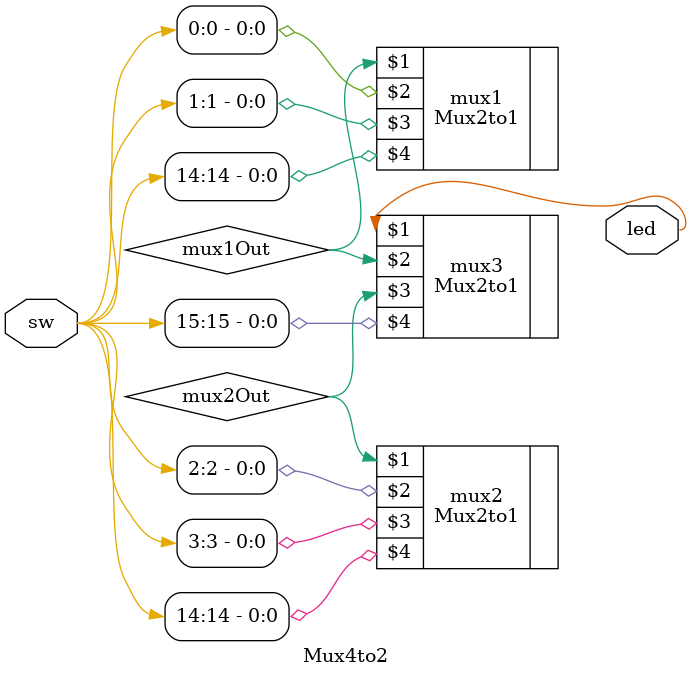
<source format=v>
`timescale 1ns / 1ps


module Mux4to2(
    input [15:0] sw,
    output [0:0] led
    );
    
    wire mux1Out,mux2Out;
    
    Mux2to1 mux1(mux1Out,sw[0],sw[1],sw[14]);
    
    Mux2to1 mux2(mux2Out,sw[2],sw[3],sw[14]);
    
    Mux2to1 mux3(led[0],mux1Out,mux2Out,sw[15]);
    
endmodule

</source>
